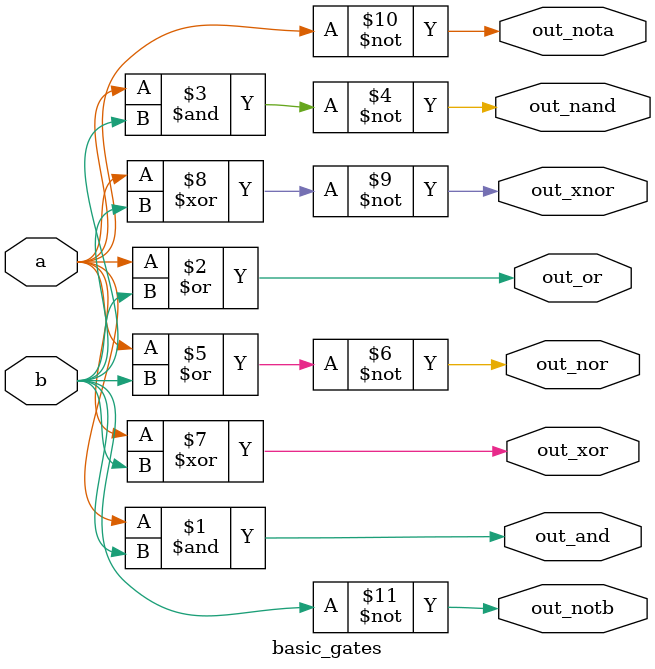
<source format=v>
module basic_gates(input a,b,output out_and,out_or,out_nand,out_nor,out_xor,out_xnor,out_nota,out_notb);
  assign out_and=a&b;
  assign out_or=a|b;
  assign out_nand=~(a&b);
  assign out_nor=~(a|b);
  assign out_xor=a^b;
  assign out_xnor=~(a^b);
  assign out_nota=~a;
  assign out_notb=~b;
endmodule

</source>
